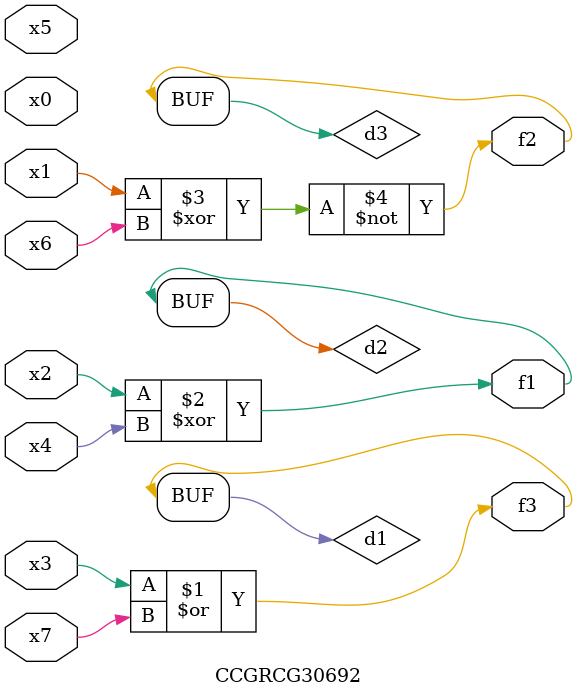
<source format=v>
module CCGRCG30692(
	input x0, x1, x2, x3, x4, x5, x6, x7,
	output f1, f2, f3
);

	wire d1, d2, d3;

	or (d1, x3, x7);
	xor (d2, x2, x4);
	xnor (d3, x1, x6);
	assign f1 = d2;
	assign f2 = d3;
	assign f3 = d1;
endmodule

</source>
